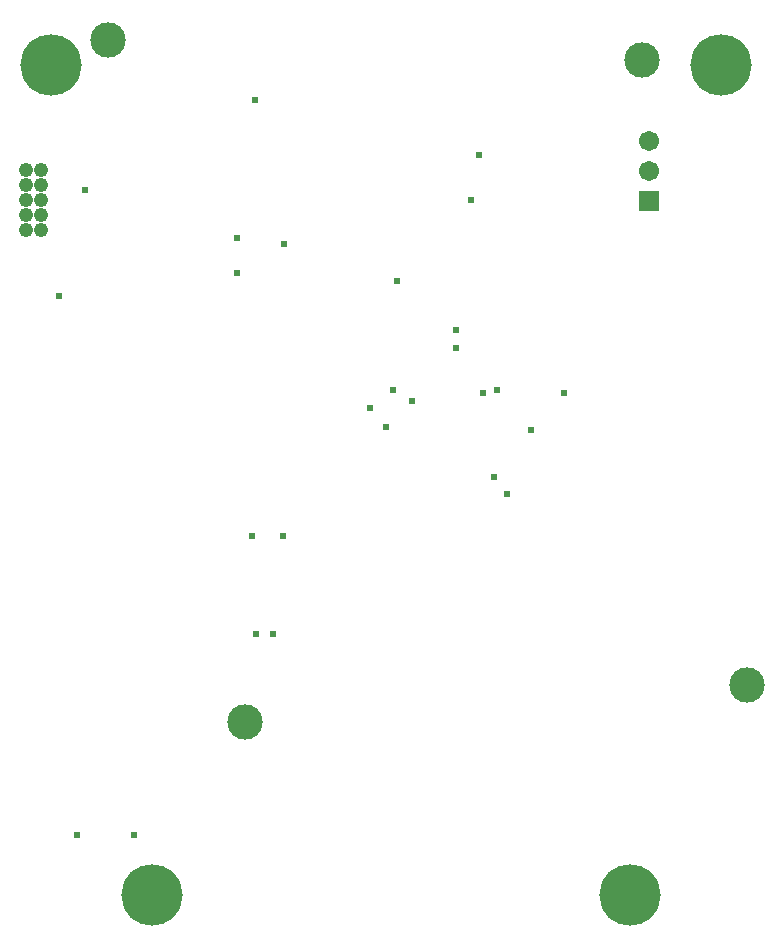
<source format=gbs>
G04*
G04 #@! TF.GenerationSoftware,Altium Limited,Altium Designer,21.5.1 (32)*
G04*
G04 Layer_Color=16711935*
%FSLAX44Y44*%
%MOMM*%
G71*
G04*
G04 #@! TF.SameCoordinates,291158CD-1CAE-4BE2-80A8-EAB606698AEE*
G04*
G04*
G04 #@! TF.FilePolarity,Negative*
G04*
G01*
G75*
%ADD52C,3.0000*%
%ADD77C,1.2192*%
%ADD78R,1.7032X1.7032*%
%ADD79C,1.7032*%
%ADD80C,5.2000*%
%ADD81C,0.6032*%
D52*
X263698Y226882D02*
D03*
X689102Y258572D02*
D03*
X600456Y787400D02*
D03*
X148048Y804322D02*
D03*
D77*
X78486Y669604D02*
D03*
X91186D02*
D03*
Y656904D02*
D03*
X78486D02*
D03*
Y644204D02*
D03*
X91186D02*
D03*
Y682304D02*
D03*
X78486D02*
D03*
Y695004D02*
D03*
X91186D02*
D03*
D78*
X605882Y668674D02*
D03*
D79*
Y694074D02*
D03*
Y719474D02*
D03*
D80*
X99365Y783302D02*
D03*
X666842D02*
D03*
X185674Y81026D02*
D03*
X590296D02*
D03*
D81*
X405256Y498892D02*
D03*
X388919Y508762D02*
D03*
X383446Y477082D02*
D03*
X442722Y559507D02*
D03*
Y543560D02*
D03*
X369658Y492752D02*
D03*
X169626Y131572D02*
D03*
X121666D02*
D03*
X287528Y301752D02*
D03*
X295910Y384810D02*
D03*
X474709Y434639D02*
D03*
X485598Y420038D02*
D03*
X534046Y505474D02*
D03*
X506030Y474179D02*
D03*
X257048Y637032D02*
D03*
X257143Y607615D02*
D03*
X106523Y588226D02*
D03*
X128366Y677275D02*
D03*
X393064Y600544D02*
D03*
X297372Y632363D02*
D03*
X465346Y505474D02*
D03*
X477520Y508762D02*
D03*
X269960Y384808D02*
D03*
X455642Y669544D02*
D03*
X462534Y707284D02*
D03*
X273304Y301752D02*
D03*
X272288Y753872D02*
D03*
M02*

</source>
